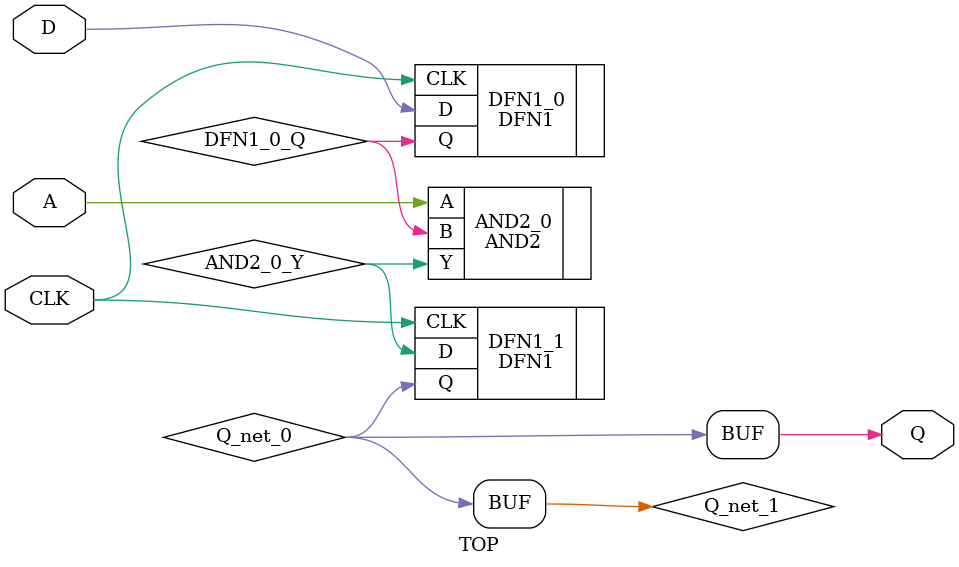
<source format=v>

`timescale 1ns / 100ps

module TOP(
    // Inputs
    A,
    CLK,
    D,
    // Outputs
    Q
);

//--------------------------------------------------------------------
// Input
//--------------------------------------------------------------------
input  A;
input  CLK;
input  D;
//--------------------------------------------------------------------
// Output
//--------------------------------------------------------------------
output Q;
//--------------------------------------------------------------------
// Nets
//--------------------------------------------------------------------
wire   A;
wire   AND2_0_Y;
wire   CLK;
wire   D;
wire   DFN1_0_Q;
wire   Q_net_0;
wire   Q_net_1;
//--------------------------------------------------------------------
// Top level output port assignments
//--------------------------------------------------------------------
assign Q_net_1 = Q_net_0;
assign Q       = Q_net_1;
//--------------------------------------------------------------------
// Component instances
//--------------------------------------------------------------------
//--------AND2
AND2 AND2_0(
        // Inputs
        .A ( A ),
        .B ( DFN1_0_Q ),
        // Outputs
        .Y ( AND2_0_Y ) 
        );

//--------DFN1
DFN1 DFN1_0(
        // Inputs
        .D   ( D ),
        .CLK ( CLK ),
        // Outputs
        .Q   ( DFN1_0_Q ) 
        );

//--------DFN1
DFN1 DFN1_1(
        // Inputs
        .D   ( AND2_0_Y ),
        .CLK ( CLK ),
        // Outputs
        .Q   ( Q_net_0 ) 
        );


endmodule

</source>
